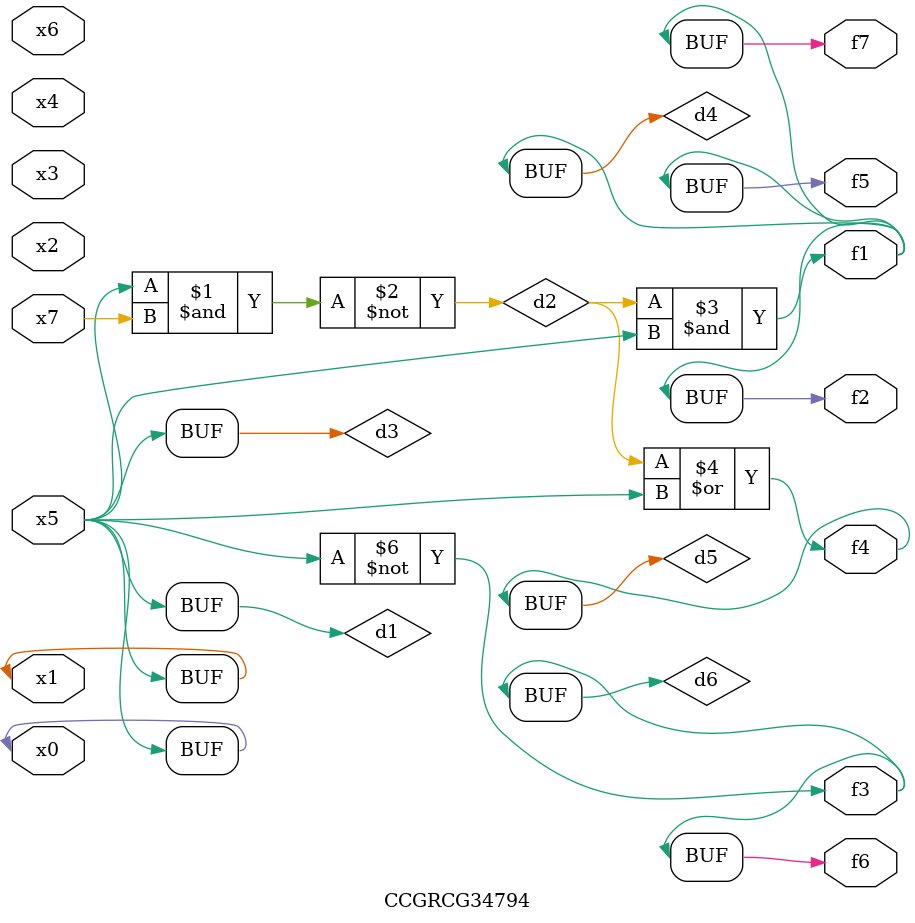
<source format=v>
module CCGRCG34794(
	input x0, x1, x2, x3, x4, x5, x6, x7,
	output f1, f2, f3, f4, f5, f6, f7
);

	wire d1, d2, d3, d4, d5, d6;

	buf (d1, x0, x5);
	nand (d2, x5, x7);
	buf (d3, x0, x1);
	and (d4, d2, d3);
	or (d5, d2, d3);
	nor (d6, d1, d3);
	assign f1 = d4;
	assign f2 = d4;
	assign f3 = d6;
	assign f4 = d5;
	assign f5 = d4;
	assign f6 = d6;
	assign f7 = d4;
endmodule

</source>
